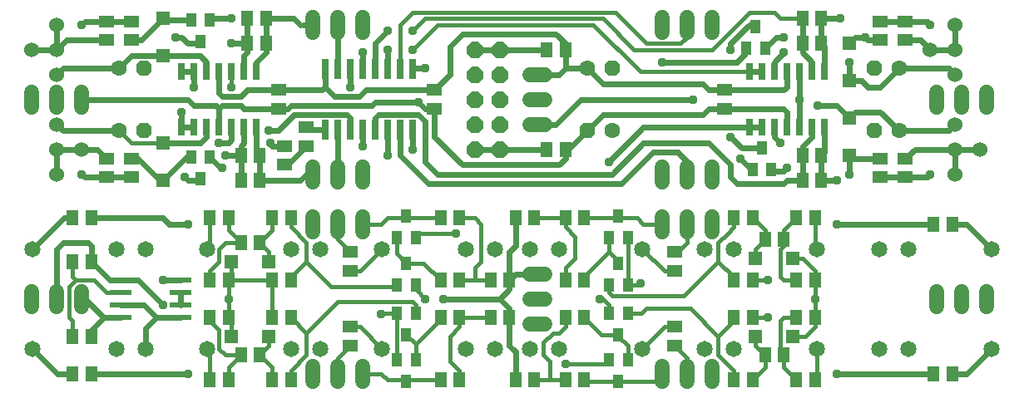
<source format=gtl>
G75*
%MOIN*%
%OFA0B0*%
%FSLAX25Y25*%
%IPPOS*%
%LPD*%
%AMOC8*
5,1,8,0,0,1.08239X$1,22.5*
%
%ADD10R,0.05118X0.05906*%
%ADD11OC8,0.06600*%
%ADD12C,0.06496*%
%ADD13OC8,0.06300*%
%ADD14C,0.06300*%
%ADD15R,0.02600X0.08000*%
%ADD16R,0.05906X0.05118*%
%ADD17R,0.03937X0.05512*%
%ADD18R,0.05512X0.05512*%
%ADD19C,0.06000*%
%ADD20C,0.06000*%
%ADD21R,0.02600X0.06500*%
%ADD22R,0.08661X0.02362*%
%ADD23C,0.02400*%
%ADD24C,0.01600*%
%ADD25C,0.03762*%
D10*
X0078060Y0083933D03*
X0085540Y0083933D03*
X0090560Y0093933D03*
X0098040Y0093933D03*
X0103060Y0083933D03*
X0110540Y0083933D03*
X0110540Y0108933D03*
X0103060Y0108933D03*
X0085540Y0108933D03*
X0078060Y0108933D03*
X0078060Y0123933D03*
X0085540Y0123933D03*
X0103060Y0123933D03*
X0110540Y0123933D03*
X0098040Y0138933D03*
X0090560Y0138933D03*
X0085540Y0148933D03*
X0078060Y0148933D03*
X0090560Y0163933D03*
X0098040Y0163933D03*
X0098040Y0173933D03*
X0090560Y0173933D03*
X0103060Y0148933D03*
X0110540Y0148933D03*
X0170560Y0148933D03*
X0178040Y0148933D03*
X0200560Y0148933D03*
X0208040Y0148933D03*
X0220560Y0148933D03*
X0228040Y0148933D03*
X0228040Y0123933D03*
X0220560Y0123933D03*
X0220560Y0108933D03*
X0228040Y0108933D03*
X0198040Y0108933D03*
X0190560Y0108933D03*
X0178040Y0108933D03*
X0170560Y0108933D03*
X0170560Y0123933D03*
X0178040Y0123933D03*
X0190560Y0123933D03*
X0198040Y0123933D03*
X0200560Y0083933D03*
X0208040Y0083933D03*
X0220560Y0083933D03*
X0228040Y0083933D03*
X0178040Y0083933D03*
X0170560Y0083933D03*
X0288060Y0083933D03*
X0295540Y0083933D03*
X0300560Y0093933D03*
X0308040Y0093933D03*
X0313060Y0083933D03*
X0320540Y0083933D03*
X0320540Y0108933D03*
X0313060Y0108933D03*
X0295540Y0108933D03*
X0288060Y0108933D03*
X0288060Y0123933D03*
X0295540Y0123933D03*
X0313060Y0123933D03*
X0320540Y0123933D03*
X0308040Y0140183D03*
X0300560Y0140183D03*
X0295540Y0148933D03*
X0288060Y0148933D03*
X0313060Y0148933D03*
X0320540Y0148933D03*
X0323040Y0163933D03*
X0315560Y0163933D03*
X0315560Y0173933D03*
X0323040Y0173933D03*
X0368060Y0146433D03*
X0375540Y0146433D03*
X0375540Y0086433D03*
X0368060Y0086433D03*
X0220540Y0176433D03*
X0213060Y0176433D03*
X0213060Y0216433D03*
X0220540Y0216433D03*
X0315560Y0218933D03*
X0323040Y0218933D03*
X0323040Y0228933D03*
X0315560Y0228933D03*
X0100540Y0228933D03*
X0093060Y0228933D03*
X0093060Y0218933D03*
X0100540Y0218933D03*
X0030540Y0148933D03*
X0023060Y0148933D03*
X0023060Y0131433D03*
X0030540Y0131433D03*
X0030540Y0101433D03*
X0023060Y0101433D03*
X0023060Y0086433D03*
X0030540Y0086433D03*
D11*
X0184300Y0176433D03*
X0194300Y0176433D03*
X0194300Y0186433D03*
X0184300Y0186433D03*
X0184300Y0196433D03*
X0194300Y0196433D03*
X0194300Y0206433D03*
X0184300Y0206433D03*
X0184300Y0216433D03*
X0194300Y0216433D03*
D12*
X0192391Y0136433D03*
X0180580Y0136433D03*
X0206209Y0136433D03*
X0218020Y0136433D03*
X0251485Y0136433D03*
X0276209Y0136433D03*
X0288020Y0136433D03*
X0321485Y0136433D03*
X0346209Y0136433D03*
X0358020Y0136433D03*
X0391485Y0136433D03*
X0391485Y0096433D03*
X0358020Y0096433D03*
X0346209Y0096433D03*
X0321485Y0096433D03*
X0288020Y0096433D03*
X0276209Y0096433D03*
X0251485Y0096433D03*
X0218020Y0096433D03*
X0206209Y0096433D03*
X0192391Y0096433D03*
X0180580Y0096433D03*
X0147115Y0096433D03*
X0122391Y0096433D03*
X0110580Y0096433D03*
X0077115Y0096433D03*
X0052391Y0096433D03*
X0040580Y0096433D03*
X0007115Y0096433D03*
X0007115Y0136433D03*
X0040580Y0136433D03*
X0052391Y0136433D03*
X0077115Y0136433D03*
X0110580Y0136433D03*
X0122391Y0136433D03*
X0147115Y0136433D03*
D13*
X0229300Y0183933D03*
X0239300Y0208933D03*
X0344300Y0208933D03*
X0344300Y0183933D03*
X0051800Y0183933D03*
X0051800Y0208933D03*
D14*
X0041800Y0208933D03*
X0041800Y0183933D03*
X0229300Y0208933D03*
X0239300Y0183933D03*
X0354300Y0183933D03*
X0354300Y0208933D03*
D15*
X0159300Y0208533D03*
X0154300Y0208533D03*
X0149300Y0208533D03*
X0144300Y0208533D03*
X0139300Y0208533D03*
X0134300Y0208533D03*
X0129300Y0208533D03*
X0124300Y0208533D03*
X0124300Y0184333D03*
X0129300Y0184333D03*
X0134300Y0184333D03*
X0139300Y0184333D03*
X0144300Y0184333D03*
X0149300Y0184333D03*
X0154300Y0184333D03*
X0159300Y0184333D03*
D16*
X0168050Y0192693D03*
X0168050Y0200173D03*
X0116800Y0185173D03*
X0116800Y0177693D03*
X0108050Y0177673D03*
X0108050Y0170193D03*
X0105550Y0192693D03*
X0105550Y0200173D03*
X0046800Y0220193D03*
X0036800Y0220193D03*
X0036800Y0227673D03*
X0046800Y0227673D03*
X0046800Y0172673D03*
X0036800Y0172673D03*
X0036800Y0165193D03*
X0046800Y0165193D03*
X0134300Y0135173D03*
X0134300Y0127693D03*
X0134300Y0105173D03*
X0134300Y0097693D03*
X0264300Y0097693D03*
X0264300Y0105173D03*
X0264300Y0127693D03*
X0264300Y0135173D03*
X0346800Y0165193D03*
X0356800Y0165193D03*
X0356800Y0172673D03*
X0346800Y0172673D03*
X0284300Y0192693D03*
X0284300Y0200173D03*
X0346800Y0220193D03*
X0356800Y0220193D03*
X0356800Y0227673D03*
X0346800Y0227673D03*
D17*
X0300540Y0217102D03*
X0293060Y0217102D03*
X0296800Y0225764D03*
X0299300Y0177014D03*
X0295560Y0168352D03*
X0303040Y0168352D03*
X0245540Y0140852D03*
X0238060Y0140852D03*
X0241800Y0149514D03*
X0241800Y0130764D03*
X0238060Y0122102D03*
X0245540Y0122102D03*
X0245540Y0110764D03*
X0238060Y0110764D03*
X0241800Y0102102D03*
X0238060Y0092014D03*
X0245540Y0092014D03*
X0241800Y0083352D03*
X0160540Y0092014D03*
X0153060Y0092014D03*
X0156800Y0083352D03*
X0156800Y0102102D03*
X0153060Y0110764D03*
X0160540Y0110764D03*
X0160540Y0122102D03*
X0153060Y0122102D03*
X0156800Y0130764D03*
X0153060Y0140852D03*
X0160540Y0140852D03*
X0156800Y0149514D03*
X0078040Y0173264D03*
X0070560Y0173264D03*
X0074300Y0164602D03*
X0074300Y0219602D03*
X0070560Y0228264D03*
X0078040Y0228264D03*
D18*
X0059300Y0228913D03*
X0059300Y0213953D03*
X0059300Y0178913D03*
X0059300Y0163953D03*
X0086820Y0131433D03*
X0101780Y0131433D03*
X0101780Y0101433D03*
X0086820Y0101433D03*
X0296820Y0101433D03*
X0311780Y0101433D03*
X0311780Y0132683D03*
X0296820Y0132683D03*
X0334300Y0173953D03*
X0334300Y0188913D03*
X0334300Y0203953D03*
X0334300Y0218913D03*
D19*
X0366800Y0216433D03*
X0376800Y0216433D03*
X0376800Y0206433D03*
X0376800Y0226433D03*
X0376800Y0186433D03*
X0376800Y0176433D03*
X0386800Y0176433D03*
X0376800Y0166433D03*
X0026800Y0176433D03*
X0016800Y0176433D03*
X0016800Y0166433D03*
X0016800Y0186433D03*
X0016800Y0206433D03*
X0016800Y0216433D03*
X0006800Y0216433D03*
X0016800Y0226433D03*
D20*
X0119300Y0089433D02*
X0119300Y0083433D01*
X0129300Y0083433D02*
X0129300Y0089433D01*
X0139300Y0089433D02*
X0139300Y0083433D01*
X0206300Y0106433D02*
X0212300Y0106433D01*
X0212300Y0116433D02*
X0206300Y0116433D01*
X0206300Y0126433D02*
X0212300Y0126433D01*
X0259300Y0143433D02*
X0259300Y0149433D01*
X0269300Y0149433D02*
X0269300Y0143433D01*
X0279300Y0143433D02*
X0279300Y0149433D01*
X0279300Y0163433D02*
X0279300Y0169433D01*
X0269300Y0169433D02*
X0269300Y0163433D01*
X0259300Y0163433D02*
X0259300Y0169433D01*
X0212300Y0186433D02*
X0206300Y0186433D01*
X0206300Y0196433D02*
X0212300Y0196433D01*
X0212300Y0206433D02*
X0206300Y0206433D01*
X0259300Y0223433D02*
X0259300Y0229433D01*
X0269300Y0229433D02*
X0269300Y0223433D01*
X0279300Y0223433D02*
X0279300Y0229433D01*
X0369300Y0199433D02*
X0369300Y0193433D01*
X0379300Y0193433D02*
X0379300Y0199433D01*
X0389300Y0199433D02*
X0389300Y0193433D01*
X0389300Y0119433D02*
X0389300Y0113433D01*
X0379300Y0113433D02*
X0379300Y0119433D01*
X0369300Y0119433D02*
X0369300Y0113433D01*
X0279300Y0089433D02*
X0279300Y0083433D01*
X0269300Y0083433D02*
X0269300Y0089433D01*
X0259300Y0089433D02*
X0259300Y0083433D01*
X0139300Y0143433D02*
X0139300Y0149433D01*
X0129300Y0149433D02*
X0129300Y0143433D01*
X0119300Y0143433D02*
X0119300Y0149433D01*
X0119300Y0163433D02*
X0119300Y0169433D01*
X0129300Y0169433D02*
X0129300Y0163433D01*
X0139300Y0163433D02*
X0139300Y0169433D01*
X0139300Y0223433D02*
X0139300Y0229433D01*
X0129300Y0229433D02*
X0129300Y0223433D01*
X0119300Y0223433D02*
X0119300Y0229433D01*
X0026800Y0199433D02*
X0026800Y0193433D01*
X0016800Y0193433D02*
X0016800Y0199433D01*
X0006800Y0199433D02*
X0006800Y0193433D01*
X0006800Y0119433D02*
X0006800Y0113433D01*
X0016800Y0113433D02*
X0016800Y0119433D01*
X0026800Y0119433D02*
X0026800Y0113433D01*
D21*
X0066800Y0185183D03*
X0071800Y0185183D03*
X0076800Y0185183D03*
X0081800Y0185183D03*
X0086800Y0185183D03*
X0091800Y0185183D03*
X0096800Y0185183D03*
X0096800Y0207683D03*
X0091800Y0207683D03*
X0086800Y0207683D03*
X0081800Y0207683D03*
X0076800Y0207683D03*
X0071800Y0207683D03*
X0066800Y0207683D03*
X0294300Y0207683D03*
X0299300Y0207683D03*
X0304300Y0207683D03*
X0309300Y0207683D03*
X0314300Y0207683D03*
X0319300Y0207683D03*
X0324300Y0207683D03*
X0324300Y0185183D03*
X0319300Y0185183D03*
X0314300Y0185183D03*
X0309300Y0185183D03*
X0304300Y0185183D03*
X0299300Y0185183D03*
X0294300Y0185183D03*
D22*
X0066300Y0123933D03*
X0066300Y0118933D03*
X0066300Y0113933D03*
X0066300Y0108933D03*
X0042300Y0108933D03*
X0042300Y0113933D03*
X0042300Y0118933D03*
X0042300Y0123933D03*
D23*
X0038040Y0123933D01*
X0030540Y0131433D01*
X0030540Y0137693D01*
X0029300Y0138933D01*
X0019300Y0138933D01*
X0016800Y0136433D01*
X0016800Y0116433D01*
X0026800Y0116433D02*
X0028040Y0116433D01*
X0035540Y0108933D01*
X0033050Y0106433D01*
X0030540Y0103923D01*
X0030540Y0101433D01*
X0035540Y0108933D02*
X0042300Y0108933D01*
X0042300Y0113933D02*
X0051800Y0113933D01*
X0056800Y0108933D01*
X0052391Y0104524D01*
X0052391Y0096433D01*
X0069300Y0086433D02*
X0030540Y0086433D01*
X0023060Y0086433D02*
X0017115Y0086433D01*
X0007115Y0096433D01*
X0042300Y0123933D02*
X0049300Y0123933D01*
X0059300Y0113933D01*
X0056800Y0108933D02*
X0066300Y0108933D01*
X0066300Y0113933D02*
X0066300Y0118933D01*
X0066300Y0123933D02*
X0059300Y0123933D01*
X0061800Y0146433D02*
X0059300Y0148933D01*
X0030540Y0148933D01*
X0023060Y0148933D02*
X0019615Y0148933D01*
X0007115Y0136433D01*
X0028040Y0165193D02*
X0026800Y0166433D01*
X0028040Y0165193D02*
X0036800Y0165193D01*
X0046800Y0165193D01*
X0049310Y0172673D02*
X0058050Y0163933D01*
X0059300Y0163953D02*
X0068611Y0173264D01*
X0070560Y0173264D01*
X0074280Y0178913D02*
X0076800Y0181433D01*
X0076800Y0185183D01*
X0071800Y0185183D02*
X0066800Y0185183D01*
X0066800Y0191433D01*
X0071800Y0193933D02*
X0080550Y0193933D01*
X0081800Y0192683D01*
X0081800Y0185183D01*
X0086800Y0185183D02*
X0086800Y0180183D01*
X0085550Y0178933D01*
X0081800Y0178933D01*
X0084300Y0173933D02*
X0090560Y0173933D01*
X0090560Y0163933D01*
X0098040Y0163933D02*
X0114300Y0163933D01*
X0116790Y0166423D01*
X0116810Y0166423D01*
X0119300Y0166433D01*
X0109300Y0170193D02*
X0116800Y0177693D01*
X0117640Y0184333D02*
X0116800Y0185173D01*
X0117640Y0184333D02*
X0124300Y0184333D01*
X0129300Y0184333D02*
X0129300Y0166433D01*
X0139300Y0177683D02*
X0139300Y0184333D01*
X0134300Y0184333D02*
X0134300Y0188933D01*
X0133050Y0190183D01*
X0111800Y0190183D01*
X0105550Y0183933D01*
X0101800Y0183933D01*
X0096800Y0185183D02*
X0096800Y0175183D01*
X0098040Y0173933D01*
X0098040Y0163933D01*
X0108050Y0170193D02*
X0109300Y0170193D01*
X0108050Y0177673D02*
X0103060Y0177673D01*
X0102300Y0178933D01*
X0091800Y0178933D02*
X0091800Y0185183D01*
X0091800Y0178933D02*
X0090560Y0177693D01*
X0090560Y0173933D01*
X0082371Y0168933D02*
X0078040Y0173264D01*
X0074280Y0178913D02*
X0059300Y0178913D01*
X0049310Y0172673D02*
X0046800Y0172673D01*
X0036800Y0172673D02*
X0033060Y0176423D01*
X0026800Y0176433D01*
X0016800Y0176433D01*
X0016800Y0166433D01*
X0019300Y0183933D02*
X0041800Y0183933D01*
X0026800Y0196433D02*
X0069300Y0196433D01*
X0071800Y0193933D01*
X0081800Y0192683D02*
X0083060Y0193943D01*
X0090540Y0193943D01*
X0091800Y0192683D01*
X0105550Y0192693D01*
X0105560Y0192683D01*
X0109300Y0192683D01*
X0110550Y0193933D01*
X0143050Y0193933D01*
X0144300Y0195183D01*
X0161800Y0195183D01*
X0164300Y0192693D01*
X0168050Y0192693D01*
X0168050Y0181433D01*
X0179300Y0170183D01*
X0218050Y0170183D01*
X0220550Y0172683D01*
X0220550Y0175173D01*
X0220540Y0176433D01*
X0221790Y0176423D01*
X0229300Y0183933D01*
X0235550Y0190183D01*
X0275550Y0190183D01*
X0278050Y0192683D01*
X0284310Y0192683D01*
X0308050Y0192683D01*
X0309300Y0191433D01*
X0309300Y0185183D01*
X0304300Y0185183D02*
X0304300Y0181433D01*
X0306800Y0178933D01*
X0299300Y0177014D02*
X0291219Y0177014D01*
X0286800Y0181433D01*
X0294300Y0185183D02*
X0251800Y0185183D01*
X0238050Y0171433D01*
X0239300Y0166433D02*
X0251800Y0178933D01*
X0278050Y0178933D01*
X0286800Y0170183D01*
X0286800Y0165183D01*
X0289300Y0162683D01*
X0308050Y0162683D01*
X0309300Y0163933D01*
X0315560Y0163933D01*
X0315560Y0173933D01*
X0315560Y0177693D01*
X0319300Y0181433D01*
X0319300Y0185183D01*
X0324300Y0185183D02*
X0324300Y0175173D01*
X0323040Y0173933D02*
X0323040Y0163933D01*
X0329300Y0163933D01*
X0334300Y0166433D02*
X0334300Y0173953D01*
X0335520Y0172673D02*
X0346800Y0172673D01*
X0356800Y0172673D02*
X0360560Y0176433D01*
X0376800Y0176433D01*
X0386800Y0176433D01*
X0376800Y0176433D02*
X0376800Y0166433D01*
X0366800Y0166433D02*
X0365560Y0165193D01*
X0356800Y0165193D01*
X0346800Y0165193D01*
X0329300Y0146433D02*
X0368060Y0146433D01*
X0375540Y0146433D02*
X0381485Y0146433D01*
X0391485Y0136433D01*
X0391485Y0096433D02*
X0381485Y0086433D01*
X0375540Y0086433D01*
X0368060Y0086433D02*
X0329300Y0086433D01*
X0209300Y0126433D02*
X0200540Y0126433D01*
X0198040Y0123933D01*
X0198040Y0120173D01*
X0194300Y0116433D01*
X0171800Y0116433D01*
X0194300Y0116433D02*
X0198040Y0112693D01*
X0198040Y0108933D01*
X0198040Y0097673D01*
X0199300Y0096433D01*
X0200560Y0095173D01*
X0200560Y0083933D01*
X0198040Y0123933D02*
X0198040Y0135173D01*
X0200560Y0137693D01*
X0200560Y0148933D01*
X0169300Y0166433D02*
X0239300Y0166433D01*
X0243050Y0162683D02*
X0255550Y0175183D01*
X0265550Y0175183D01*
X0269300Y0171433D01*
X0269300Y0166433D01*
X0290550Y0172683D02*
X0294290Y0168943D01*
X0303040Y0167673D02*
X0308050Y0167683D01*
X0309300Y0168933D01*
X0314300Y0185183D02*
X0314300Y0196433D01*
X0314300Y0207683D01*
X0309300Y0207683D02*
X0309300Y0201433D01*
X0308050Y0200183D01*
X0284310Y0200183D01*
X0278050Y0200183D01*
X0275550Y0202683D01*
X0235550Y0202683D01*
X0229300Y0208933D01*
X0220540Y0208943D01*
X0218030Y0206433D01*
X0209300Y0206433D01*
X0220540Y0208943D02*
X0220540Y0216433D01*
X0220540Y0217673D01*
X0220550Y0218933D02*
X0216800Y0222683D01*
X0179300Y0222683D01*
X0174300Y0217683D01*
X0174300Y0206433D01*
X0168050Y0200173D01*
X0155560Y0200173D01*
X0140550Y0200183D01*
X0138050Y0197683D01*
X0128050Y0197683D01*
X0124300Y0201433D01*
X0124300Y0208533D01*
X0129300Y0208533D02*
X0129300Y0226433D01*
X0119300Y0226433D02*
X0115560Y0226443D01*
X0114300Y0226433D02*
X0111800Y0228933D01*
X0100540Y0228933D01*
X0100540Y0218933D01*
X0100550Y0215183D01*
X0096800Y0211433D01*
X0096800Y0207683D01*
X0091800Y0207683D02*
X0091800Y0213933D01*
X0093060Y0215173D01*
X0093060Y0218933D01*
X0086800Y0218933D01*
X0093060Y0218933D02*
X0093060Y0228933D01*
X0086800Y0228933D02*
X0079310Y0228923D01*
X0070560Y0228264D02*
X0059950Y0228264D01*
X0059300Y0228913D02*
X0050580Y0220193D01*
X0046800Y0220193D01*
X0046800Y0213933D02*
X0059280Y0213933D01*
X0059300Y0213953D02*
X0074280Y0213953D01*
X0076800Y0211433D01*
X0076800Y0207683D01*
X0071800Y0207683D02*
X0071800Y0201433D01*
X0071800Y0207683D02*
X0066800Y0207683D01*
X0081800Y0207683D02*
X0081800Y0198933D01*
X0083060Y0197673D01*
X0090540Y0197673D01*
X0093050Y0200183D01*
X0105550Y0200173D01*
X0109310Y0200173D01*
X0119300Y0200183D01*
X0123040Y0200173D01*
X0124300Y0201433D01*
X0134300Y0201433D02*
X0134300Y0208533D01*
X0139300Y0208533D02*
X0139300Y0215183D01*
X0144300Y0218933D02*
X0144300Y0208533D01*
X0149300Y0208533D02*
X0149300Y0216433D01*
X0144300Y0218933D02*
X0149300Y0223933D01*
X0159700Y0208933D02*
X0164300Y0208933D01*
X0184300Y0216433D02*
X0194300Y0216433D01*
X0199290Y0216423D01*
X0213060Y0216433D01*
X0226800Y0196433D02*
X0271800Y0196433D01*
X0294300Y0185183D02*
X0299300Y0185183D01*
X0321800Y0193933D02*
X0329280Y0193933D01*
X0334300Y0188913D01*
X0336820Y0191433D01*
X0346800Y0191433D01*
X0354300Y0183933D01*
X0374300Y0183933D01*
X0376800Y0186433D01*
X0354300Y0208933D02*
X0346800Y0201433D01*
X0341800Y0201433D01*
X0339300Y0203933D01*
X0334300Y0203953D01*
X0334300Y0211433D01*
X0324300Y0207683D02*
X0324300Y0217693D01*
X0323040Y0218933D01*
X0323040Y0228933D01*
X0330550Y0228933D01*
X0336820Y0221433D02*
X0334300Y0218913D01*
X0336820Y0221433D02*
X0340550Y0221433D01*
X0341790Y0220193D01*
X0346800Y0220193D01*
X0356800Y0220193D02*
X0363040Y0220193D01*
X0366800Y0216433D01*
X0376800Y0216433D01*
X0376800Y0226433D01*
X0366800Y0226433D02*
X0365560Y0227673D01*
X0356800Y0227673D01*
X0346800Y0227673D01*
X0319300Y0211433D02*
X0319300Y0207683D01*
X0319300Y0211433D02*
X0315560Y0215173D01*
X0315560Y0218933D01*
X0315560Y0228933D01*
X0308050Y0221433D02*
X0304871Y0221433D01*
X0300540Y0217102D01*
X0304300Y0211433D02*
X0308050Y0215183D01*
X0304300Y0211433D02*
X0304300Y0207683D01*
X0299300Y0207683D02*
X0294300Y0207683D01*
X0289300Y0211433D02*
X0293050Y0215183D01*
X0289300Y0211433D02*
X0259300Y0211433D01*
X0286800Y0216433D02*
X0286800Y0218933D01*
X0294300Y0226433D01*
X0296131Y0226433D01*
X0296800Y0225764D01*
X0354300Y0208933D02*
X0374300Y0208933D01*
X0376800Y0206433D01*
X0243050Y0162683D02*
X0165550Y0162683D01*
X0154300Y0173933D01*
X0154300Y0184333D01*
X0149300Y0184333D02*
X0149300Y0173933D01*
X0159300Y0176433D02*
X0159300Y0184333D01*
X0164300Y0187683D02*
X0164300Y0171433D01*
X0169300Y0166433D01*
X0184300Y0176433D02*
X0194300Y0176433D01*
X0199290Y0176443D01*
X0213060Y0176433D01*
X0216800Y0186433D02*
X0209300Y0186433D01*
X0216800Y0186433D02*
X0226800Y0196433D01*
X0164300Y0187683D02*
X0161800Y0190183D01*
X0145550Y0190183D01*
X0144300Y0188933D01*
X0144300Y0184333D01*
X0073631Y0163933D02*
X0069300Y0163933D01*
X0068050Y0165183D01*
X0069300Y0146433D02*
X0061800Y0146433D01*
X0019300Y0183933D02*
X0016800Y0186433D01*
X0016800Y0206433D02*
X0019300Y0208933D01*
X0041800Y0208933D01*
X0046800Y0213933D01*
X0036800Y0220193D02*
X0020560Y0220193D01*
X0016800Y0216433D01*
X0006800Y0216433D01*
X0016800Y0216433D02*
X0016800Y0226433D01*
X0026800Y0226433D02*
X0028040Y0227673D01*
X0036800Y0227673D01*
X0046800Y0227673D01*
X0064300Y0221433D02*
X0066800Y0221433D01*
X0069300Y0218933D01*
X0073631Y0218933D01*
D24*
X0074300Y0219602D01*
X0073631Y0219514D01*
X0078040Y0228264D02*
X0079310Y0228923D01*
X0059950Y0228264D02*
X0059300Y0228913D01*
X0059300Y0213953D02*
X0059280Y0213933D01*
X0086800Y0207683D02*
X0086800Y0201433D01*
X0059300Y0178913D02*
X0046820Y0178913D01*
X0041800Y0183933D01*
X0058050Y0163933D02*
X0059300Y0163953D01*
X0073631Y0163933D02*
X0074300Y0164602D01*
X0082371Y0168933D02*
X0083050Y0168933D01*
X0085540Y0148933D02*
X0085540Y0143953D01*
X0090560Y0138933D01*
X0084300Y0138933D01*
X0081800Y0136433D01*
X0081800Y0131433D01*
X0078060Y0127693D01*
X0078060Y0123933D01*
X0085540Y0123933D02*
X0085550Y0116433D01*
X0085550Y0113933D01*
X0085540Y0108933D01*
X0086820Y0110154D01*
X0086820Y0101433D01*
X0081800Y0103933D02*
X0081800Y0096433D01*
X0084300Y0093933D01*
X0090560Y0093933D01*
X0085540Y0088913D01*
X0085540Y0083933D01*
X0078060Y0083933D02*
X0078060Y0095488D01*
X0077115Y0096433D01*
X0081800Y0103933D02*
X0078060Y0107673D01*
X0078060Y0108933D01*
X0085540Y0123933D02*
X0086820Y0125213D01*
X0086820Y0131433D01*
X0078060Y0137378D02*
X0077115Y0136433D01*
X0078060Y0137378D02*
X0078060Y0148933D01*
X0098040Y0138933D02*
X0103060Y0143953D01*
X0103060Y0148933D01*
X0110540Y0148933D02*
X0110540Y0145193D01*
X0116800Y0138933D01*
X0116800Y0131433D01*
X0126800Y0121433D01*
X0152391Y0121433D01*
X0153060Y0122102D01*
X0160540Y0122102D02*
X0160540Y0120193D01*
X0164300Y0116433D01*
X0160540Y0113943D02*
X0159300Y0115183D01*
X0129300Y0115183D01*
X0116800Y0102683D01*
X0110550Y0108933D01*
X0110540Y0108933D01*
X0103060Y0108933D02*
X0103060Y0123933D01*
X0085540Y0123933D01*
X0101780Y0131433D02*
X0101780Y0135193D01*
X0098040Y0138933D01*
X0111800Y0126433D02*
X0116800Y0131433D01*
X0111800Y0126433D02*
X0110540Y0123933D01*
X0134300Y0127693D02*
X0138375Y0127693D01*
X0147115Y0136433D01*
X0153060Y0134504D02*
X0153060Y0140852D01*
X0153060Y0134504D02*
X0156800Y0130764D01*
X0163729Y0130764D01*
X0170560Y0123933D01*
X0178040Y0123933D02*
X0184300Y0123933D01*
X0184300Y0128933D01*
X0186800Y0131433D01*
X0186800Y0146433D01*
X0184300Y0148933D01*
X0178040Y0148933D01*
X0170560Y0148933D02*
X0157469Y0148933D01*
X0156800Y0149514D01*
X0156131Y0148933D01*
X0149300Y0148933D01*
X0146800Y0146433D01*
X0139300Y0146433D01*
X0129300Y0146433D02*
X0129300Y0140173D01*
X0134300Y0135173D01*
X0159881Y0140852D02*
X0161800Y0142683D01*
X0176800Y0142683D01*
X0160540Y0140852D02*
X0159881Y0140852D01*
X0184300Y0123933D02*
X0190560Y0123933D01*
X0190560Y0108933D02*
X0178040Y0108933D01*
X0178040Y0105173D01*
X0174300Y0101433D01*
X0174300Y0091433D01*
X0178040Y0087693D01*
X0178040Y0083933D01*
X0170560Y0083933D02*
X0158631Y0083933D01*
X0156800Y0083352D01*
X0156131Y0083933D01*
X0149300Y0083933D01*
X0146800Y0086433D01*
X0139300Y0086433D01*
X0129300Y0086433D02*
X0129300Y0092693D01*
X0134300Y0097693D01*
X0134300Y0105173D02*
X0138375Y0105173D01*
X0147115Y0096433D01*
X0153060Y0092014D02*
X0153060Y0110764D01*
X0147469Y0110764D01*
X0146800Y0110183D01*
X0156800Y0102102D02*
X0160540Y0098362D01*
X0170560Y0108382D01*
X0170560Y0108933D01*
X0160540Y0110764D02*
X0160540Y0113943D01*
X0160540Y0098362D02*
X0160540Y0092014D01*
X0116800Y0093933D02*
X0116800Y0102683D01*
X0116800Y0093933D02*
X0110540Y0087673D01*
X0110540Y0083933D01*
X0103060Y0083933D02*
X0103060Y0088913D01*
X0098040Y0093933D01*
X0101780Y0097673D01*
X0101780Y0101433D01*
X0042300Y0118933D02*
X0036800Y0118933D01*
X0031800Y0123933D01*
X0024300Y0123933D01*
X0023060Y0125173D01*
X0023060Y0131433D01*
X0024300Y0123933D02*
X0021800Y0121433D01*
X0021800Y0108933D01*
X0023060Y0107673D01*
X0023060Y0101433D01*
X0154300Y0208533D02*
X0154300Y0226433D01*
X0159300Y0231433D01*
X0240550Y0231433D01*
X0253050Y0218933D01*
X0266800Y0218933D01*
X0269300Y0221433D01*
X0269300Y0226433D01*
X0279300Y0216433D02*
X0248050Y0216433D01*
X0235550Y0228933D01*
X0164300Y0228933D01*
X0159300Y0223933D01*
X0159300Y0216433D02*
X0169300Y0226433D01*
X0231800Y0226433D01*
X0250550Y0207683D01*
X0294300Y0207683D01*
X0293050Y0215183D02*
X0293050Y0217093D01*
X0293060Y0217102D01*
X0279300Y0216433D02*
X0294300Y0231433D01*
X0304300Y0231433D01*
X0306800Y0228933D01*
X0315560Y0228933D01*
X0284310Y0200183D02*
X0284300Y0200173D01*
X0284300Y0192693D02*
X0284310Y0192683D01*
X0294290Y0168943D02*
X0295560Y0168352D01*
X0303040Y0168352D02*
X0303040Y0167673D01*
X0323040Y0173933D02*
X0324300Y0175173D01*
X0334300Y0173953D02*
X0335520Y0172673D01*
X0320540Y0148933D02*
X0320540Y0136433D01*
X0321485Y0136433D01*
X0315550Y0132683D02*
X0315550Y0132663D01*
X0320540Y0127673D01*
X0320540Y0123933D01*
X0320550Y0123933D02*
X0320550Y0116433D01*
X0320540Y0116423D01*
X0320540Y0108933D01*
X0320540Y0105173D01*
X0316800Y0101433D01*
X0311780Y0101433D01*
X0306800Y0107683D02*
X0306800Y0095173D01*
X0308040Y0093933D01*
X0308050Y0093923D01*
X0308050Y0088933D01*
X0313050Y0083933D01*
X0313060Y0083933D01*
X0320540Y0083933D02*
X0321485Y0084878D01*
X0321485Y0096433D01*
X0308050Y0108933D02*
X0306800Y0107683D01*
X0308050Y0108933D02*
X0313060Y0108933D01*
X0301800Y0108933D02*
X0295540Y0108933D01*
X0288060Y0108933D02*
X0288050Y0108923D01*
X0288050Y0107683D01*
X0281800Y0101433D01*
X0270550Y0112683D01*
X0253050Y0112683D01*
X0251131Y0110764D01*
X0245540Y0110764D01*
X0238060Y0110764D02*
X0238050Y0113933D01*
X0235560Y0116423D01*
X0234310Y0116423D01*
X0234300Y0116433D01*
X0238050Y0118933D02*
X0239290Y0117693D01*
X0268060Y0117693D01*
X0281800Y0131433D01*
X0281800Y0138923D01*
X0285540Y0142673D01*
X0288050Y0145183D01*
X0288060Y0148933D01*
X0295540Y0148933D02*
X0300560Y0143913D01*
X0300560Y0140183D01*
X0296820Y0136443D01*
X0296820Y0132683D01*
X0306800Y0136433D02*
X0306790Y0125193D01*
X0308050Y0123933D01*
X0313060Y0123933D01*
X0301800Y0123933D02*
X0295540Y0123933D01*
X0288060Y0123933D02*
X0288060Y0125173D01*
X0281800Y0131433D01*
X0269300Y0138933D02*
X0269300Y0146433D01*
X0259300Y0146433D02*
X0251800Y0146433D01*
X0249300Y0148933D01*
X0240540Y0148933D01*
X0228040Y0148933D01*
X0220560Y0148933D02*
X0220560Y0145173D01*
X0224300Y0141433D01*
X0224300Y0132683D01*
X0220550Y0128933D01*
X0220550Y0123943D01*
X0220560Y0123933D01*
X0220560Y0125193D01*
X0228040Y0125173D02*
X0228040Y0123933D01*
X0228040Y0125173D02*
X0238060Y0135193D01*
X0238060Y0135173D01*
X0240550Y0132683D01*
X0240550Y0132014D01*
X0241800Y0130764D01*
X0238060Y0135193D02*
X0238060Y0140852D01*
X0245540Y0140852D02*
X0245540Y0122102D01*
X0249881Y0122102D01*
X0250550Y0122683D01*
X0260235Y0127683D02*
X0251485Y0136433D01*
X0260235Y0127683D02*
X0264300Y0127693D01*
X0264300Y0135173D02*
X0265540Y0135173D01*
X0269300Y0138933D01*
X0241800Y0149514D02*
X0240540Y0148933D01*
X0220560Y0148933D02*
X0208040Y0148933D01*
X0238060Y0122102D02*
X0238050Y0118933D01*
X0228040Y0108933D02*
X0234871Y0102102D01*
X0241800Y0102102D01*
X0242469Y0101433D01*
X0241800Y0101433D01*
X0245540Y0097693D01*
X0245540Y0092014D01*
X0251485Y0096433D02*
X0260225Y0105173D01*
X0264300Y0105173D01*
X0264300Y0097693D02*
X0269300Y0092693D01*
X0269300Y0086433D01*
X0259300Y0086433D02*
X0256219Y0083352D01*
X0241800Y0083352D01*
X0228621Y0083352D01*
X0228040Y0083933D01*
X0220560Y0083933D02*
X0214300Y0083933D01*
X0214300Y0091433D01*
X0211800Y0093933D01*
X0211800Y0098933D01*
X0215550Y0102683D01*
X0218050Y0102683D01*
X0220560Y0105173D01*
X0220560Y0108933D01*
X0238060Y0092014D02*
X0236229Y0090183D01*
X0220550Y0090183D01*
X0214300Y0083933D02*
X0208040Y0083933D01*
X0281800Y0093933D02*
X0281800Y0101433D01*
X0281800Y0093933D02*
X0288060Y0087673D01*
X0288060Y0083933D01*
X0295540Y0083933D02*
X0295550Y0083933D01*
X0300550Y0088933D01*
X0300550Y0093923D01*
X0300560Y0093933D01*
X0296820Y0097673D01*
X0296820Y0101433D01*
X0311780Y0132683D02*
X0315550Y0132683D01*
X0308040Y0137673D02*
X0306800Y0136433D01*
X0308040Y0137673D02*
X0308040Y0140183D01*
X0308040Y0143913D01*
X0313060Y0148933D01*
X0220540Y0217673D02*
X0220550Y0218933D01*
X0159700Y0208933D02*
X0159300Y0208533D01*
X0115560Y0226443D02*
X0114300Y0226433D01*
D25*
X0139300Y0215183D03*
X0149300Y0216433D03*
X0159300Y0216433D03*
X0159300Y0223933D03*
X0149300Y0223933D03*
X0164300Y0208933D03*
X0161800Y0195183D03*
X0134300Y0201433D03*
X0101800Y0183933D03*
X0102300Y0178933D03*
X0084300Y0173933D03*
X0083050Y0168933D03*
X0068050Y0165183D03*
X0081800Y0178933D03*
X0066800Y0191433D03*
X0071800Y0201433D03*
X0086800Y0201433D03*
X0086800Y0218933D03*
X0086800Y0228933D03*
X0064300Y0221433D03*
X0026800Y0226433D03*
X0026800Y0166433D03*
X0069300Y0146433D03*
X0059300Y0123933D03*
X0059300Y0113933D03*
X0085550Y0116433D03*
X0069300Y0086433D03*
X0146800Y0110183D03*
X0164300Y0116433D03*
X0171800Y0116433D03*
X0176800Y0142683D03*
X0149300Y0173933D03*
X0159300Y0176433D03*
X0139300Y0177683D03*
X0238050Y0171433D03*
X0271800Y0196433D03*
X0259300Y0211433D03*
X0286800Y0216433D03*
X0308050Y0215183D03*
X0308050Y0221433D03*
X0330550Y0228933D03*
X0340550Y0221433D03*
X0334300Y0211433D03*
X0314300Y0196433D03*
X0321800Y0193933D03*
X0306800Y0178933D03*
X0309300Y0168933D03*
X0290550Y0172683D03*
X0286800Y0181433D03*
X0329300Y0163933D03*
X0334300Y0166433D03*
X0329300Y0146433D03*
X0301800Y0123933D03*
X0320550Y0116433D03*
X0301800Y0108933D03*
X0329300Y0086433D03*
X0250550Y0122683D03*
X0234300Y0116433D03*
X0220550Y0090183D03*
X0366800Y0166433D03*
X0366800Y0226433D03*
M02*

</source>
